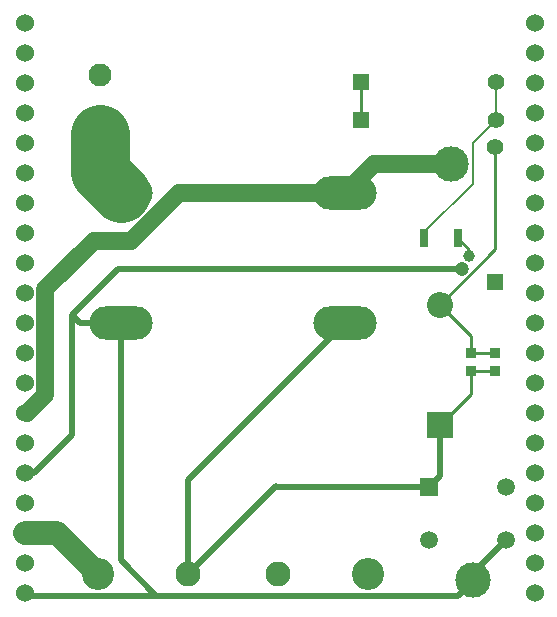
<source format=gbr>
%TF.GenerationSoftware,KiCad,Pcbnew,8.0.8*%
%TF.CreationDate,2025-02-03T20:55:19-05:00*%
%TF.ProjectId,IMD Latching Module V2.0,494d4420-4c61-4746-9368-696e67204d6f,rev?*%
%TF.SameCoordinates,Original*%
%TF.FileFunction,Copper,L1,Top*%
%TF.FilePolarity,Positive*%
%FSLAX46Y46*%
G04 Gerber Fmt 4.6, Leading zero omitted, Abs format (unit mm)*
G04 Created by KiCad (PCBNEW 8.0.8) date 2025-02-03 20:55:19*
%MOMM*%
%LPD*%
G01*
G04 APERTURE LIST*
%TA.AperFunction,SMDPad,CuDef*%
%ADD10R,0.970000X0.900000*%
%TD*%
%TA.AperFunction,ComponentPad*%
%ADD11C,3.000000*%
%TD*%
%TA.AperFunction,ComponentPad*%
%ADD12C,1.524000*%
%TD*%
%TA.AperFunction,ComponentPad*%
%ADD13R,1.498600X1.498600*%
%TD*%
%TA.AperFunction,ComponentPad*%
%ADD14C,1.498600*%
%TD*%
%TA.AperFunction,SMDPad,CuDef*%
%ADD15R,0.660400X1.549400*%
%TD*%
%TA.AperFunction,ComponentPad*%
%ADD16O,5.350000X2.850000*%
%TD*%
%TA.AperFunction,ComponentPad*%
%ADD17C,2.717800*%
%TD*%
%TA.AperFunction,ComponentPad*%
%ADD18C,2.108200*%
%TD*%
%TA.AperFunction,ComponentPad*%
%ADD19R,1.397000X1.397000*%
%TD*%
%TA.AperFunction,ComponentPad*%
%ADD20C,1.397000*%
%TD*%
%TA.AperFunction,ComponentPad*%
%ADD21C,1.950000*%
%TD*%
%TA.AperFunction,ComponentPad*%
%ADD22R,2.200000X2.200000*%
%TD*%
%TA.AperFunction,ComponentPad*%
%ADD23O,2.200000X2.200000*%
%TD*%
%TA.AperFunction,ViaPad*%
%ADD24C,1.000000*%
%TD*%
%TA.AperFunction,ViaPad*%
%ADD25C,1.200000*%
%TD*%
%TA.AperFunction,Conductor*%
%ADD26C,0.250000*%
%TD*%
%TA.AperFunction,Conductor*%
%ADD27C,0.500000*%
%TD*%
%TA.AperFunction,Conductor*%
%ADD28C,2.000000*%
%TD*%
%TA.AperFunction,Conductor*%
%ADD29C,0.200000*%
%TD*%
%TA.AperFunction,Conductor*%
%ADD30C,1.500000*%
%TD*%
%TA.AperFunction,Conductor*%
%ADD31C,5.000000*%
%TD*%
G04 APERTURE END LIST*
D10*
%TO.P,D1,1,K*%
%TO.N,Net-(D1-K)*%
X90620000Y-80270000D03*
%TO.P,D1,2,A*%
%TO.N,/GND*%
X90620000Y-78750000D03*
%TD*%
%TO.P,D2,1,K*%
%TO.N,Net-(D1-K)*%
X88540000Y-80260000D03*
%TO.P,D2,2,A*%
%TO.N,/GND*%
X88540000Y-78740000D03*
%TD*%
D11*
%TO.P,TP2,1,1*%
%TO.N,Net-(J3-Pad7)*%
X86900000Y-62700000D03*
%TD*%
D12*
%TO.P,J3,1,1*%
%TO.N,Net-(J3-Pad1)*%
X50800000Y-99060000D03*
%TO.P,J3,2,2*%
%TO.N,Net-(D1-K)*%
X50800000Y-96520000D03*
%TO.P,J3,3,3*%
%TO.N,/Vs*%
X50800000Y-93980000D03*
%TO.P,J3,4,4*%
%TO.N,Net-(D4-A)*%
X50800000Y-91440000D03*
%TO.P,J3,5,5*%
%TO.N,Net-(J3-Pad1)*%
X50800000Y-88900000D03*
%TO.P,J3,6,6*%
%TO.N,/GND*%
X50800000Y-86360000D03*
%TO.P,J3,7,7*%
%TO.N,Net-(J3-Pad7)*%
X50800000Y-83820000D03*
%TO.P,J3,8,8*%
%TO.N,unconnected-(J3-Pad8)*%
X50800000Y-81280000D03*
%TO.P,J3,9,9*%
%TO.N,unconnected-(J3-Pad9)*%
X50800000Y-78740000D03*
%TO.P,J3,10,10*%
%TO.N,unconnected-(J3-Pad10)*%
X50800000Y-76200000D03*
%TO.P,J3,11,11*%
%TO.N,unconnected-(J3-Pad11)*%
X50800000Y-73660000D03*
%TO.P,J3,12,12*%
%TO.N,unconnected-(J3-Pad12)*%
X50800000Y-71120000D03*
%TO.P,J3,13,13*%
%TO.N,unconnected-(J3-Pad13)*%
X50800000Y-68580000D03*
%TO.P,J3,14,14*%
%TO.N,unconnected-(J3-Pad14)*%
X50800000Y-66040000D03*
%TO.P,J3,15,15*%
%TO.N,unconnected-(J3-Pad15)*%
X50800000Y-63500000D03*
%TO.P,J3,16,16*%
%TO.N,unconnected-(J3-Pad16)*%
X50800000Y-60960000D03*
%TO.P,J3,17,17*%
%TO.N,unconnected-(J3-Pad17)*%
X50800000Y-58420000D03*
%TO.P,J3,18,18*%
%TO.N,unconnected-(J3-Pad18)*%
X50800000Y-55880000D03*
%TO.P,J3,19,19*%
%TO.N,unconnected-(J3-Pad19)*%
X50800000Y-53340000D03*
%TO.P,J3,20,20*%
%TO.N,unconnected-(J3-Pad20)*%
X50800000Y-50800000D03*
%TD*%
D13*
%TO.P,IMD RESET,1,1*%
%TO.N,Net-(D1-K)*%
X85019999Y-90070000D03*
D14*
%TO.P,IMD RESET,2,2*%
%TO.N,N/C*%
X91520000Y-90070000D03*
%TO.P,IMD RESET,3*%
X85019999Y-94570001D03*
%TO.P,IMD RESET,4*%
%TO.N,Net-(J3-Pad1)*%
X91520000Y-94570001D03*
%TD*%
D15*
%TO.P,D4,1,K*%
%TO.N,Net-(D4-K)*%
X84600000Y-69000000D03*
%TO.P,D4,2,A*%
%TO.N,Net-(D4-A)*%
X87444800Y-69000000D03*
%TD*%
D16*
%TO.P,K1,1,1*%
%TO.N,Net-(J4-Pad2)*%
X58920000Y-65159999D03*
%TO.P,K1,2,2*%
%TO.N,Net-(J3-Pad1)*%
X58920000Y-76160000D03*
D17*
%TO.P,K1,3,3*%
%TO.N,/Vs*%
X56970000Y-97460000D03*
D18*
%TO.P,K1,4,4*%
%TO.N,Net-(D1-K)*%
X64620000Y-97460000D03*
%TO.P,K1,5,5*%
%TO.N,/GND*%
X72220000Y-97460000D03*
D17*
%TO.P,K1,6,6*%
%TO.N,Net-(D4-A)*%
X79870000Y-97460000D03*
D16*
%TO.P,K1,7,7*%
%TO.N,Net-(D1-K)*%
X77919998Y-76160000D03*
%TO.P,K1,8,8*%
%TO.N,Net-(J3-Pad7)*%
X77919998Y-65159999D03*
%TD*%
D19*
%TO.P,R2,1*%
%TO.N,/GND*%
X79200000Y-59000000D03*
D20*
%TO.P,R2,2*%
%TO.N,Net-(D4-K)*%
X90630000Y-59000000D03*
%TD*%
D21*
%TO.P,J4,1*%
%TO.N,unconnected-(J4-Pad1)*%
X57130000Y-55150000D03*
%TO.P,J4,2*%
%TO.N,Net-(J4-Pad2)*%
X57130000Y-60150000D03*
%TD*%
D11*
%TO.P,TP1,1,1*%
%TO.N,Net-(J3-Pad1)*%
X88720000Y-97970000D03*
%TD*%
D19*
%TO.P,R1,1*%
%TO.N,/GND*%
X79200000Y-55800000D03*
D20*
%TO.P,R1,2*%
%TO.N,Net-(D4-K)*%
X90630000Y-55800000D03*
%TD*%
D12*
%TO.P,J2,1,1*%
%TO.N,N/C*%
X94000000Y-99060000D03*
%TO.P,J2,2,2*%
X94000000Y-96520000D03*
%TO.P,J2,3,3*%
X94000000Y-93980000D03*
%TO.P,J2,4,4*%
X94000000Y-91440000D03*
%TO.P,J2,5,5*%
X94000000Y-88900000D03*
%TO.P,J2,6,6*%
X94000000Y-86360000D03*
%TO.P,J2,7,7*%
X94000000Y-83820000D03*
%TO.P,J2,8,8*%
X94000000Y-81280000D03*
%TO.P,J2,9,9*%
X94000000Y-78740000D03*
%TO.P,J2,10,10*%
X94000000Y-76200000D03*
%TO.P,J2,11,11*%
X94000000Y-73660000D03*
%TO.P,J2,12,12*%
X94000000Y-71120000D03*
%TO.P,J2,13,13*%
X94000000Y-68580000D03*
%TO.P,J2,14,14*%
X94000000Y-66040000D03*
%TO.P,J2,15,15*%
X94000000Y-63500000D03*
%TO.P,J2,16,16*%
X94000000Y-60960000D03*
%TO.P,J2,17,17*%
X94000000Y-58420000D03*
%TO.P,J2,18,18*%
X94000000Y-55880000D03*
%TO.P,J2,19,19*%
X94000000Y-53340000D03*
%TO.P,J2,20,20*%
X94000000Y-50800000D03*
%TD*%
D22*
%TO.P,D3,1,K*%
%TO.N,Net-(D1-K)*%
X85920000Y-84790000D03*
D23*
%TO.P,D3,2,A*%
%TO.N,/GND*%
X85920000Y-74630000D03*
%TD*%
D19*
%TO.P,R3,1*%
%TO.N,Net-(J3-Pad1)*%
X90600000Y-72730000D03*
D20*
%TO.P,R3,2*%
%TO.N,/GND*%
X90600000Y-61300000D03*
%TD*%
D24*
%TO.N,Net-(D4-A)*%
X88400000Y-70500000D03*
D25*
%TO.N,Net-(J3-Pad1)*%
X87800000Y-71600000D03*
%TD*%
D26*
%TO.N,/GND*%
X88540000Y-77250000D02*
X85920000Y-74630000D01*
X90620000Y-78750000D02*
X88550000Y-78750000D01*
X88550000Y-78750000D02*
X88540000Y-78740000D01*
X79200000Y-59000000D02*
X79200000Y-55800000D01*
X90600000Y-69950000D02*
X90600000Y-61300000D01*
X88540000Y-78740000D02*
X88540000Y-77250000D01*
X85920000Y-74630000D02*
X90600000Y-69950000D01*
D27*
%TO.N,Net-(D1-K)*%
X85920000Y-84790000D02*
X85920000Y-89169999D01*
X72069401Y-90010599D02*
X72128802Y-90070000D01*
D26*
X88540000Y-80260000D02*
X90610000Y-80260000D01*
X88540000Y-82170000D02*
X85920000Y-84790000D01*
X88540000Y-80260000D02*
X88540000Y-82170000D01*
D27*
X64620000Y-97460000D02*
X64620000Y-89459998D01*
X85920000Y-89169999D02*
X85019999Y-90070000D01*
X64620000Y-89459998D02*
X77919998Y-76160000D01*
X90610000Y-80260000D02*
X90620000Y-80270000D01*
X64620000Y-97460000D02*
X72069401Y-90010599D01*
X72128802Y-90070000D02*
X85019999Y-90070000D01*
D26*
%TO.N,Net-(D4-A)*%
X88400000Y-70500000D02*
X88400000Y-69955200D01*
X88400000Y-69955200D02*
X87444800Y-69000000D01*
D28*
%TO.N,/Vs*%
X53490000Y-93980000D02*
X50800000Y-93980000D01*
X56970000Y-97460000D02*
X53490000Y-93980000D01*
D29*
%TO.N,Net-(D4-K)*%
X88700000Y-60930000D02*
X88700000Y-64390278D01*
X88700000Y-64390278D02*
X84600000Y-68490278D01*
X84600000Y-68490278D02*
X84600000Y-69000000D01*
X90630000Y-55800000D02*
X90630000Y-59000000D01*
X90630000Y-59000000D02*
X88700000Y-60930000D01*
D27*
%TO.N,Net-(J3-Pad1)*%
X88720000Y-97970000D02*
X88720000Y-97370001D01*
X61920000Y-99270000D02*
X87420000Y-99270000D01*
X54800000Y-75500000D02*
X55460000Y-76160000D01*
X87420000Y-99270000D02*
X88720000Y-97970000D01*
X88720000Y-97370001D02*
X91520000Y-94570001D01*
X54800000Y-85650000D02*
X54800000Y-75500000D01*
X50800000Y-88900000D02*
X51550000Y-88900000D01*
X58920000Y-76160000D02*
X58920000Y-96270000D01*
X51550000Y-88900000D02*
X54800000Y-85650000D01*
X54800000Y-75500000D02*
X58700000Y-71600000D01*
X61920000Y-99270000D02*
X51010000Y-99270000D01*
X58700000Y-71600000D02*
X87800000Y-71600000D01*
X58920000Y-96270000D02*
X61920000Y-99270000D01*
X51010000Y-99270000D02*
X50800000Y-99060000D01*
X55460000Y-76160000D02*
X58920000Y-76160000D01*
D30*
%TO.N,Net-(J3-Pad7)*%
X80379997Y-62700000D02*
X86900000Y-62700000D01*
X59790000Y-69200000D02*
X56600000Y-69200000D01*
X52512000Y-82278000D02*
X50970000Y-83820000D01*
X56600000Y-69200000D02*
X52512000Y-73288000D01*
X77919998Y-65159999D02*
X63830001Y-65159999D01*
X77919998Y-65159999D02*
X80379997Y-62700000D01*
X52512000Y-73288000D02*
X52512000Y-82278000D01*
X63830001Y-65159999D02*
X59790000Y-69200000D01*
D31*
%TO.N,Net-(J4-Pad2)*%
X57130000Y-63369999D02*
X58920000Y-65159999D01*
X57130000Y-60150000D02*
X57130000Y-63369999D01*
%TD*%
M02*

</source>
